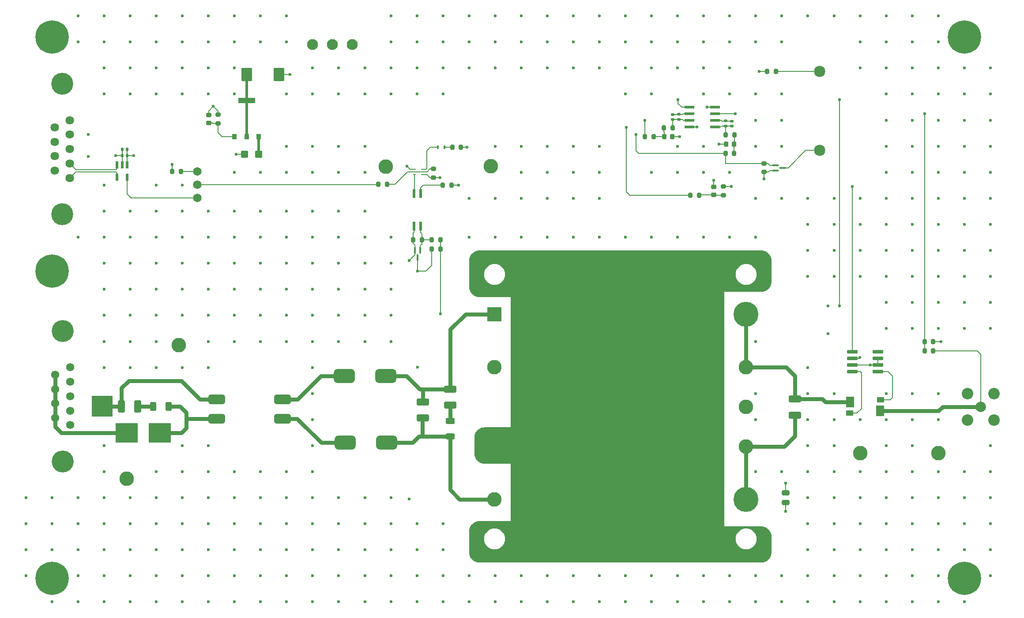
<source format=gbr>
%TF.GenerationSoftware,KiCad,Pcbnew,8.0.6*%
%TF.CreationDate,2025-06-02T13:03:19-04:00*%
%TF.ProjectId,CAEN_NEVIS_DAQ_3p3V,4341454e-5f4e-4455-9649-535f4441515f,rev?*%
%TF.SameCoordinates,Original*%
%TF.FileFunction,Copper,L1,Top*%
%TF.FilePolarity,Positive*%
%FSLAX46Y46*%
G04 Gerber Fmt 4.6, Leading zero omitted, Abs format (unit mm)*
G04 Created by KiCad (PCBNEW 8.0.6) date 2025-06-02 13:03:19*
%MOMM*%
%LPD*%
G01*
G04 APERTURE LIST*
G04 Aperture macros list*
%AMRoundRect*
0 Rectangle with rounded corners*
0 $1 Rounding radius*
0 $2 $3 $4 $5 $6 $7 $8 $9 X,Y pos of 4 corners*
0 Add a 4 corners polygon primitive as box body*
4,1,4,$2,$3,$4,$5,$6,$7,$8,$9,$2,$3,0*
0 Add four circle primitives for the rounded corners*
1,1,$1+$1,$2,$3*
1,1,$1+$1,$4,$5*
1,1,$1+$1,$6,$7*
1,1,$1+$1,$8,$9*
0 Add four rect primitives between the rounded corners*
20,1,$1+$1,$2,$3,$4,$5,0*
20,1,$1+$1,$4,$5,$6,$7,0*
20,1,$1+$1,$6,$7,$8,$9,0*
20,1,$1+$1,$8,$9,$2,$3,0*%
G04 Aperture macros list end*
%TA.AperFunction,SMDPad,CuDef*%
%ADD10R,0.889000X1.016000*%
%TD*%
%TA.AperFunction,SMDPad,CuDef*%
%ADD11R,3.200000X1.000000*%
%TD*%
%TA.AperFunction,SMDPad,CuDef*%
%ADD12R,1.161200X0.350800*%
%TD*%
%TA.AperFunction,SMDPad,CuDef*%
%ADD13R,0.350800X1.161200*%
%TD*%
%TA.AperFunction,ComponentPad*%
%ADD14C,2.800000*%
%TD*%
%TA.AperFunction,ComponentPad*%
%ADD15C,6.400000*%
%TD*%
%TA.AperFunction,SMDPad,CuDef*%
%ADD16R,0.558800X1.473200*%
%TD*%
%TA.AperFunction,SMDPad,CuDef*%
%ADD17R,1.981200X0.558800*%
%TD*%
%TA.AperFunction,SMDPad,CuDef*%
%ADD18RoundRect,0.075000X0.910000X0.225000X-0.910000X0.225000X-0.910000X-0.225000X0.910000X-0.225000X0*%
%TD*%
%TA.AperFunction,ComponentPad*%
%ADD19R,2.800000X2.800000*%
%TD*%
%TA.AperFunction,ComponentPad*%
%ADD20C,4.800000*%
%TD*%
%TA.AperFunction,SMDPad,CuDef*%
%ADD21RoundRect,0.200000X0.200000X0.275000X-0.200000X0.275000X-0.200000X-0.275000X0.200000X-0.275000X0*%
%TD*%
%TA.AperFunction,SMDPad,CuDef*%
%ADD22RoundRect,0.135000X-0.185000X0.135000X-0.185000X-0.135000X0.185000X-0.135000X0.185000X0.135000X0*%
%TD*%
%TA.AperFunction,SMDPad,CuDef*%
%ADD23RoundRect,0.200000X0.275000X-0.200000X0.275000X0.200000X-0.275000X0.200000X-0.275000X-0.200000X0*%
%TD*%
%TA.AperFunction,SMDPad,CuDef*%
%ADD24RoundRect,0.200000X-0.200000X-0.275000X0.200000X-0.275000X0.200000X0.275000X-0.200000X0.275000X0*%
%TD*%
%TA.AperFunction,SMDPad,CuDef*%
%ADD25RoundRect,0.200000X-0.275000X0.200000X-0.275000X-0.200000X0.275000X-0.200000X0.275000X0.200000X0*%
%TD*%
%TA.AperFunction,SMDPad,CuDef*%
%ADD26R,1.390000X1.140000*%
%TD*%
%TA.AperFunction,SMDPad,CuDef*%
%ADD27R,1.650000X2.010000*%
%TD*%
%TA.AperFunction,SMDPad,CuDef*%
%ADD28RoundRect,0.250000X0.625000X-0.312500X0.625000X0.312500X-0.625000X0.312500X-0.625000X-0.312500X0*%
%TD*%
%TA.AperFunction,SMDPad,CuDef*%
%ADD29RoundRect,0.250000X-0.312500X-0.625000X0.312500X-0.625000X0.312500X0.625000X-0.312500X0.625000X0*%
%TD*%
%TA.AperFunction,SMDPad,CuDef*%
%ADD30R,0.558800X1.651000*%
%TD*%
%TA.AperFunction,ComponentPad*%
%ADD31C,2.159000*%
%TD*%
%TA.AperFunction,SMDPad,CuDef*%
%ADD32R,0.533400X0.254000*%
%TD*%
%TA.AperFunction,SMDPad,CuDef*%
%ADD33R,0.444500X0.711200*%
%TD*%
%TA.AperFunction,SMDPad,CuDef*%
%ADD34RoundRect,0.675000X-1.325000X0.675000X-1.325000X-0.675000X1.325000X-0.675000X1.325000X0.675000X0*%
%TD*%
%TA.AperFunction,SMDPad,CuDef*%
%ADD35RoundRect,0.475000X1.125000X-0.475000X1.125000X0.475000X-1.125000X0.475000X-1.125000X-0.475000X0*%
%TD*%
%TA.AperFunction,ComponentPad*%
%ADD36C,1.650000*%
%TD*%
%TA.AperFunction,ComponentPad*%
%ADD37C,1.635000*%
%TD*%
%TA.AperFunction,ComponentPad*%
%ADD38C,4.216000*%
%TD*%
%TA.AperFunction,ComponentPad*%
%ADD39C,2.006600*%
%TD*%
%TA.AperFunction,ComponentPad*%
%ADD40C,2.209800*%
%TD*%
%TA.AperFunction,ComponentPad*%
%ADD41C,1.560000*%
%TD*%
%TA.AperFunction,ComponentPad*%
%ADD42C,2.100000*%
%TD*%
%TA.AperFunction,SMDPad,CuDef*%
%ADD43R,4.241800X3.810000*%
%TD*%
%TA.AperFunction,SMDPad,CuDef*%
%ADD44RoundRect,0.140000X0.140000X0.170000X-0.140000X0.170000X-0.140000X-0.170000X0.140000X-0.170000X0*%
%TD*%
%TA.AperFunction,SMDPad,CuDef*%
%ADD45RoundRect,0.225000X0.225000X0.250000X-0.225000X0.250000X-0.225000X-0.250000X0.225000X-0.250000X0*%
%TD*%
%TA.AperFunction,SMDPad,CuDef*%
%ADD46RoundRect,0.140000X-0.170000X0.140000X-0.170000X-0.140000X0.170000X-0.140000X0.170000X0.140000X0*%
%TD*%
%TA.AperFunction,SMDPad,CuDef*%
%ADD47RoundRect,0.225000X-0.225000X-0.250000X0.225000X-0.250000X0.225000X0.250000X-0.225000X0.250000X0*%
%TD*%
%TA.AperFunction,SMDPad,CuDef*%
%ADD48RoundRect,0.225000X-0.250000X0.225000X-0.250000X-0.225000X0.250000X-0.225000X0.250000X0.225000X0*%
%TD*%
%TA.AperFunction,SMDPad,CuDef*%
%ADD49RoundRect,0.250000X-0.787500X-1.025000X0.787500X-1.025000X0.787500X1.025000X-0.787500X1.025000X0*%
%TD*%
%TA.AperFunction,SMDPad,CuDef*%
%ADD50RoundRect,0.250000X0.450000X0.425000X-0.450000X0.425000X-0.450000X-0.425000X0.450000X-0.425000X0*%
%TD*%
%TA.AperFunction,SMDPad,CuDef*%
%ADD51RoundRect,0.250000X0.475000X-0.250000X0.475000X0.250000X-0.475000X0.250000X-0.475000X-0.250000X0*%
%TD*%
%TA.AperFunction,SMDPad,CuDef*%
%ADD52RoundRect,0.250000X0.412500X0.925000X-0.412500X0.925000X-0.412500X-0.925000X0.412500X-0.925000X0*%
%TD*%
%TA.AperFunction,SMDPad,CuDef*%
%ADD53RoundRect,0.250000X-0.925000X0.412500X-0.925000X-0.412500X0.925000X-0.412500X0.925000X0.412500X0*%
%TD*%
%TA.AperFunction,ViaPad*%
%ADD54C,0.600000*%
%TD*%
%TA.AperFunction,ViaPad*%
%ADD55C,1.000000*%
%TD*%
%TA.AperFunction,Conductor*%
%ADD56C,0.200000*%
%TD*%
%TA.AperFunction,Conductor*%
%ADD57C,0.500000*%
%TD*%
%TA.AperFunction,Conductor*%
%ADD58C,0.800000*%
%TD*%
G04 APERTURE END LIST*
D10*
%TO.P,U2,1,SET*%
%TO.N,Net-(U2-SET)*%
X90008600Y-48196250D03*
%TO.P,U2,2,OUT*%
%TO.N,/Telemetry_CKT/V_3p3*%
X92320000Y-48196250D03*
%TO.P,U2,3,IN*%
%TO.N,/V_TELEM*%
X94631400Y-48196250D03*
D11*
%TO.P,U2,4,TAB*%
%TO.N,/Telemetry_CKT/V_3p3*%
X92320000Y-41203750D03*
%TD*%
D12*
%TO.P,M3,1,1*%
%TO.N,/Volt_Mon*%
X193755000Y-53660001D03*
%TO.P,M3,2,2*%
%TO.N,/V_TELEM_RTN*%
X193755000Y-54659999D03*
%TO.P,M3,3,3*%
%TO.N,Net-(M3-Pad3)*%
X195105000Y-54160000D03*
%TD*%
D13*
%TO.P,M1,1,1*%
%TO.N,Net-(M1-Pad1)*%
X125604999Y-70000000D03*
%TO.P,M1,2,2*%
%TO.N,/Main_Converter/p12V_rtn*%
X124605001Y-70000000D03*
%TO.P,M1,3,3*%
%TO.N,Net-(U1-ON{slash}OFF)*%
X125105000Y-71350000D03*
%TD*%
D14*
%TO.P,Secondary RTN,1,1*%
%TO.N,/V_SEC_RTN*%
X79340000Y-88210000D03*
%TD*%
%TO.P,Secondary PWR,1,1*%
%TO.N,/V_SEC_IN*%
X69340000Y-113850000D03*
%TD*%
D15*
%TO.P,H5,1,1*%
%TO.N,GNDPWR*%
X55000000Y-74000000D03*
%TD*%
D14*
%TO.P,3.3V RTN,1,1*%
%TO.N,/V_3p3_RTN*%
X210000000Y-109000000D03*
%TD*%
%TO.P,3.3V,1,1*%
%TO.N,/V_3p3_Supply*%
X225000000Y-109000000D03*
%TD*%
D16*
%TO.P,U6,1,VCC*%
%TO.N,/Telemetry_CKT/V_3p3*%
X69395001Y-53556200D03*
%TO.P,U6,2,GND*%
%TO.N,/V_TELEM_RTN*%
X68445000Y-53556200D03*
%TO.P,U6,3,A*%
%TO.N,/EN-*%
X67494999Y-53556200D03*
%TO.P,U6,4,B*%
%TO.N,/EN+*%
X67494999Y-55943800D03*
%TO.P,U6,5,R*%
%TO.N,Net-(U6-R)*%
X69395001Y-55943800D03*
%TD*%
D17*
%TO.P,U4,1,A_OUT*%
%TO.N,Net-(U4A-A_OUT)*%
X182183800Y-46285000D03*
%TO.P,U4,2,-INA*%
%TO.N,Net-(U4A--INA)*%
X182183800Y-45015000D03*
%TO.P,U4,3,+INA*%
%TO.N,Net-(U4A-+INA)*%
X182183800Y-43745000D03*
%TO.P,U4,4,VSS*%
%TO.N,/V_TELEM_RTN*%
X182183800Y-42475000D03*
%TO.P,U4,5,+INB*%
%TO.N,/Telemetry_CKT/TEMP*%
X177256200Y-42475000D03*
%TO.P,U4,6,-INB*%
%TO.N,Net-(U4B--INB)*%
X177256200Y-43745000D03*
%TO.P,U4,7,B_OUT*%
%TO.N,Net-(U4B-B_OUT)*%
X177256200Y-45015000D03*
%TO.P,U4,8,VCC*%
%TO.N,/Telemetry_CKT/V_3p3*%
X177256200Y-46285000D03*
%TD*%
D18*
%TO.P,U3,1,-IN*%
%TO.N,Net-(U3--IN)*%
X213437500Y-93332500D03*
%TO.P,U3,2,GND*%
%TO.N,/V_TELEM_RTN*%
X213437500Y-92062500D03*
%TO.P,U3,3,REF2*%
X213437500Y-90792500D03*
%TO.P,U3,4,4*%
%TO.N,unconnected-(U3-Pad4)*%
X213437500Y-89522500D03*
%TO.P,U3,5,OUT*%
%TO.N,Net-(U3-OUT)*%
X208497500Y-89522500D03*
%TO.P,U3,6,V+*%
%TO.N,/Telemetry_CKT/V_3p3*%
X208497500Y-90792500D03*
%TO.P,U3,7,REF1*%
%TO.N,/V_TELEM_RTN*%
X208497500Y-92062500D03*
%TO.P,U3,8,+IN*%
%TO.N,Net-(U3-+IN)*%
X208497500Y-93332500D03*
%TD*%
D19*
%TO.P,U1,1,+VIN*%
%TO.N,/Main_Converter/p12V*%
X139890000Y-82255000D03*
D14*
%TO.P,U1,2,ON/OFF*%
%TO.N,Net-(U1-ON{slash}OFF)*%
X139890000Y-92415000D03*
%TO.P,U1,3,CASE*%
%TO.N,GNDPWR*%
X139890000Y-107655000D03*
%TO.P,U1,4,-VIN*%
%TO.N,/Main_Converter/p12V_rtn*%
X139890000Y-117815000D03*
D20*
%TO.P,U1,5,-VO*%
%TO.N,/V_3p3_RTN*%
X188140000Y-117815000D03*
D14*
%TO.P,U1,6,-S*%
X188140000Y-107655000D03*
%TO.P,U1,7,TRIM*%
%TO.N,unconnected-(U1-TRIM-Pad7)*%
X188140000Y-100035000D03*
%TO.P,U1,8,+S*%
%TO.N,/V_3p3_*%
X188140000Y-92415000D03*
D20*
%TO.P,U1,9,+VO*%
X188140000Y-82255000D03*
%TD*%
D14*
%TO.P,TELEM RTN,1,1*%
%TO.N,/V_TELEM_RTN*%
X119060000Y-53890000D03*
%TD*%
%TO.P,TELEM PWR,1,1*%
%TO.N,/V_TELEM*%
X139140000Y-53870000D03*
%TD*%
D21*
%TO.P,R25,1*%
%TO.N,Net-(J5-Pad3)*%
X79715000Y-54820000D03*
%TO.P,R25,2*%
%TO.N,/Telemetry_CKT/V_3p3*%
X78065000Y-54820000D03*
%TD*%
%TO.P,R23,1*%
%TO.N,Net-(C21-Pad2)*%
X170395000Y-48180000D03*
%TO.P,R23,2*%
%TO.N,/TEMP_Mon*%
X168745000Y-48180000D03*
%TD*%
%TO.P,R22,1*%
%TO.N,Net-(U4B-B_OUT)*%
X174045000Y-46440000D03*
%TO.P,R22,2*%
%TO.N,Net-(C21-Pad2)*%
X172395000Y-46440000D03*
%TD*%
D22*
%TO.P,R21,1*%
%TO.N,Net-(U4B--INB)*%
X175230000Y-43870000D03*
%TO.P,R21,2*%
%TO.N,Net-(U4B-B_OUT)*%
X175230000Y-44890000D03*
%TD*%
D23*
%TO.P,R20,1*%
%TO.N,/V_TELEM_RTN*%
X191550000Y-54985000D03*
%TO.P,R20,2*%
%TO.N,/Volt_Mon*%
X191550000Y-53335000D03*
%TD*%
D21*
%TO.P,R19,1*%
%TO.N,/V_TELEM_RTN*%
X224015000Y-87530000D03*
%TO.P,R19,2*%
%TO.N,Net-(U4A-+INA)*%
X222365000Y-87530000D03*
%TD*%
%TO.P,R18,1*%
%TO.N,/V_3p3_Supply*%
X224015000Y-89310000D03*
%TO.P,R18,2*%
%TO.N,Net-(U4A-+INA)*%
X222365000Y-89310000D03*
%TD*%
%TO.P,R17,1*%
%TO.N,Net-(C19-Pad2)*%
X185845000Y-51350000D03*
%TO.P,R17,2*%
%TO.N,/Volt_Mon*%
X184195000Y-51350000D03*
%TD*%
D24*
%TO.P,R16,1*%
%TO.N,Net-(U4A-A_OUT)*%
X184235000Y-47810000D03*
%TO.P,R16,2*%
%TO.N,Net-(C19-Pad2)*%
X185885000Y-47810000D03*
%TD*%
D22*
%TO.P,R15,1*%
%TO.N,Net-(U4A--INA)*%
X184240000Y-45150000D03*
%TO.P,R15,2*%
%TO.N,Net-(U4A-A_OUT)*%
X184240000Y-46170000D03*
%TD*%
D21*
%TO.P,R14,1*%
%TO.N,Net-(P1-Pad1)*%
X193835000Y-35650000D03*
%TO.P,R14,2*%
%TO.N,/V_TELEM*%
X192185000Y-35650000D03*
%TD*%
D23*
%TO.P,R13,1*%
%TO.N,Net-(U2-SET)*%
X86805000Y-45613750D03*
%TO.P,R13,2*%
%TO.N,/V_TELEM_RTN*%
X86805000Y-43963750D03*
%TD*%
D21*
%TO.P,R12,1*%
%TO.N,Net-(C15-Pad2)*%
X179115000Y-59405000D03*
%TO.P,R12,2*%
%TO.N,/Curr_Mon*%
X177465000Y-59405000D03*
%TD*%
D25*
%TO.P,R11,1*%
%TO.N,Net-(U3-OUT)*%
X183750000Y-57755000D03*
%TO.P,R11,2*%
%TO.N,Net-(C15-Pad2)*%
X183750000Y-59405000D03*
%TD*%
D26*
%TO.P,R10,E1*%
%TO.N,Net-(U3-+IN)*%
X207980000Y-101285000D03*
%TO.P,R10,E2*%
%TO.N,Net-(U3--IN)*%
X213950000Y-98745000D03*
D27*
%TO.P,R10,I1*%
%TO.N,/V_3p3_*%
X208110000Y-99180000D03*
%TO.P,R10,I2*%
%TO.N,/V_3p3_Supply*%
X213820000Y-100850000D03*
%TD*%
D23*
%TO.P,R9,1*%
%TO.N,/V_TELEM_RTN*%
X128163000Y-56018000D03*
%TO.P,R9,2*%
%TO.N,Net-(M2A-1G)*%
X128163000Y-54368000D03*
%TD*%
D24*
%TO.P,R8,1*%
%TO.N,/EN_SIG*%
X117585000Y-57330000D03*
%TO.P,R8,2*%
%TO.N,Net-(M2A-1G)*%
X119235000Y-57330000D03*
%TD*%
D21*
%TO.P,R7,1*%
%TO.N,Net-(M1-Pad1)*%
X125940000Y-67975000D03*
%TO.P,R7,2*%
%TO.N,/Main_Converter/p12V_rtn*%
X124290000Y-67975000D03*
%TD*%
%TO.P,R6,1*%
%TO.N,/Main_Converter/p12V*%
X129490000Y-67985000D03*
%TO.P,R6,2*%
%TO.N,Net-(M1-Pad1)*%
X127840000Y-67985000D03*
%TD*%
%TO.P,R5,1*%
%TO.N,/V_TELEM*%
X133430000Y-50235000D03*
%TO.P,R5,2*%
%TO.N,Net-(LED1-Pad2)*%
X131780000Y-50235000D03*
%TD*%
D24*
%TO.P,R4,1*%
%TO.N,Net-(U1-ON{slash}OFF)*%
X127830000Y-69755000D03*
%TO.P,R4,2*%
%TO.N,/Main_Converter/p12V*%
X129480000Y-69755000D03*
%TD*%
D21*
%TO.P,R3,1*%
%TO.N,/V_TELEM*%
X131620000Y-57505000D03*
%TO.P,R3,2*%
%TO.N,Net-(Q1-Pad1)*%
X129970000Y-57505000D03*
%TD*%
D28*
%TO.P,R2,1*%
%TO.N,/Main_Converter/p12V_rtn*%
X131390000Y-105737500D03*
%TO.P,R2,2*%
%TO.N,Net-(C1-Pad2)*%
X131390000Y-102812500D03*
%TD*%
D29*
%TO.P,R1,1*%
%TO.N,Net-(C5-Pad1)*%
X74437500Y-99955000D03*
%TO.P,R1,2*%
%TO.N,Net-(F1-Pad2)*%
X77362500Y-99955000D03*
%TD*%
D30*
%TO.P,Q1,1,1*%
%TO.N,Net-(Q1-Pad1)*%
X125740000Y-59130800D03*
%TO.P,Q1,2,2*%
%TO.N,Net-(M2A-1D)*%
X124470000Y-59130800D03*
%TO.P,Q1,3,3*%
%TO.N,/Main_Converter/p12V_rtn*%
X124470000Y-65379200D03*
%TO.P,Q1,4,4*%
%TO.N,Net-(M1-Pad1)*%
X125740000Y-65379200D03*
%TD*%
D31*
%TO.P,P2,1,1*%
%TO.N,Net-(M3-Pad3)*%
X202210000Y-50790000D03*
%TD*%
%TO.P,P1,1,1*%
%TO.N,Net-(P1-Pad1)*%
X202250000Y-35660000D03*
%TD*%
D32*
%TO.P,M2,1,1S*%
%TO.N,/V_TELEM_RTN*%
X126027000Y-55443000D03*
%TO.P,M2,2,1G*%
%TO.N,Net-(M2A-1G)*%
X126027000Y-54935000D03*
%TO.P,M2,3,2D*%
%TO.N,Net-(M2B-2D)*%
X126027000Y-54427000D03*
%TO.P,M2,4,2S*%
%TO.N,/V_TELEM_RTN*%
X124503000Y-54427000D03*
%TO.P,M2,5,2G*%
%TO.N,Net-(M2A-1G)*%
X124503000Y-54935000D03*
%TO.P,M2,6,1D*%
%TO.N,Net-(M2A-1D)*%
X124503000Y-55443000D03*
%TD*%
D33*
%TO.P,LED1,1*%
%TO.N,Net-(M2B-2D)*%
X128986350Y-50235000D03*
%TO.P,LED1,2*%
%TO.N,Net-(LED1-Pad2)*%
X130243650Y-50235000D03*
%TD*%
D34*
%TO.P,L3,1,1*%
%TO.N,Net-(L2-Pad2)*%
X111205000Y-106955000D03*
%TO.P,L3,2,2*%
%TO.N,/Main_Converter/p12V_rtn*%
X119205000Y-106955000D03*
%TD*%
D35*
%TO.P,L2,1*%
%TO.N,Net-(L1-Pad1)*%
X99230000Y-98625000D03*
%TO.P,L2,2*%
%TO.N,Net-(L2-Pad2)*%
X99230000Y-102325000D03*
%TO.P,L2,3*%
%TO.N,Net-(F1-Pad2)*%
X86630000Y-102325000D03*
%TO.P,L2,4*%
%TO.N,/V_SEC_RTN*%
X86630000Y-98625000D03*
%TD*%
D34*
%TO.P,L1,1,1*%
%TO.N,Net-(L1-Pad1)*%
X111055000Y-94145000D03*
%TO.P,L1,2,2*%
%TO.N,/Main_Converter/p12V*%
X119055000Y-94145000D03*
%TD*%
D36*
%TO.P,J5,1*%
%TO.N,Net-(U6-R)*%
X82850000Y-59910000D03*
%TO.P,J5,2*%
%TO.N,/EN_SIG*%
X82850000Y-57370000D03*
%TO.P,J5,3*%
%TO.N,Net-(J5-Pad3)*%
X82850000Y-54830000D03*
%TD*%
D37*
%TO.P,J4,1*%
%TO.N,/EN+*%
X58400000Y-56090000D03*
%TO.P,J4,2*%
%TO.N,/EN-*%
X58400000Y-53320000D03*
%TO.P,J4,3*%
%TO.N,unconnected-(J4-Pad3)*%
X58400000Y-50550000D03*
%TO.P,J4,4*%
%TO.N,/V_TELEM_RTN*%
X58400000Y-47780000D03*
%TO.P,J4,5*%
%TO.N,/TEMP_Mon*%
X58400000Y-45010000D03*
%TO.P,J4,6*%
%TO.N,/V_TELEM_RTN*%
X55560000Y-54705000D03*
%TO.P,J4,7*%
%TO.N,/Volt_Mon*%
X55560000Y-51935000D03*
%TO.P,J4,8*%
%TO.N,/V_TELEM_RTN*%
X55560000Y-49165000D03*
%TO.P,J4,9*%
%TO.N,/Curr_Mon*%
X55560000Y-46395000D03*
D38*
%TO.P,J4,S1*%
%TO.N,GNDPWR*%
X56980000Y-38050000D03*
%TO.P,J4,S2*%
X56980000Y-63050000D03*
%TD*%
D39*
%TO.P,J3,1,SIGNAL*%
%TO.N,/V_3p3_Supply*%
X233167999Y-100035000D03*
D40*
%TO.P,J3,2,GND*%
%TO.N,/V_3p3_RTN*%
X235707999Y-97495000D03*
%TO.P,J3,3,GND*%
X230627999Y-97495000D03*
%TO.P,J3,4,GND*%
X230627999Y-102575000D03*
%TO.P,J3,5,GND*%
X235707999Y-102575000D03*
%TD*%
D41*
%TO.P,J2,1*%
%TO.N,/V_SEC_RTN*%
X58480000Y-92490000D03*
%TO.P,J2,2*%
X58480000Y-95260000D03*
%TO.P,J2,3*%
%TO.N,unconnected-(J2-Pad3)*%
X58480000Y-98030000D03*
%TO.P,J2,4*%
%TO.N,/V_SEC_RTN*%
X58480000Y-100800000D03*
%TO.P,J2,5*%
X58480000Y-103570000D03*
%TO.P,J2,6*%
%TO.N,/V_SEC_IN*%
X55640000Y-93875000D03*
%TO.P,J2,7*%
X55640000Y-96645000D03*
%TO.P,J2,8*%
X55640000Y-99415000D03*
%TO.P,J2,9*%
X55640000Y-102185000D03*
D38*
%TO.P,J2,S1*%
%TO.N,GNDPWR*%
X57060000Y-85530000D03*
%TO.P,J2,S2*%
X57060000Y-110530000D03*
%TD*%
D42*
%TO.P,J1,1*%
%TO.N,/V_TELEM*%
X112570000Y-30510000D03*
%TO.P,J1,2*%
%TO.N,/V_TELEM_RTN*%
X108760000Y-30510000D03*
%TO.P,J1,3*%
%TO.N,/V_TELEM*%
X104950000Y-30510000D03*
%TD*%
D15*
%TO.P,H4,1,1*%
%TO.N,GNDPWR*%
X230000000Y-133000000D03*
%TD*%
%TO.P,H3,1,1*%
%TO.N,GNDPWR*%
X230000000Y-29000000D03*
%TD*%
%TO.P,H2,1,1*%
%TO.N,GNDPWR*%
X55000000Y-133000000D03*
%TD*%
%TO.P,H1,1,1*%
%TO.N,GNDPWR*%
X55000000Y-29000000D03*
%TD*%
D43*
%TO.P,F1,1*%
%TO.N,/V_SEC_IN*%
X69332300Y-105045000D03*
%TO.P,F1,2*%
%TO.N,Net-(F1-Pad2)*%
X75707700Y-105045000D03*
%TD*%
D44*
%TO.P,C23,1*%
%TO.N,/Telemetry_CKT/V_3p3*%
X69400000Y-51800000D03*
%TO.P,C23,2*%
%TO.N,/V_TELEM_RTN*%
X68440000Y-51800000D03*
%TD*%
%TO.P,C22,1*%
%TO.N,/Telemetry_CKT/V_3p3*%
X69410000Y-50660000D03*
%TO.P,C22,2*%
%TO.N,/V_TELEM_RTN*%
X68450000Y-50660000D03*
%TD*%
D45*
%TO.P,C21,1*%
%TO.N,/V_TELEM_RTN*%
X173985000Y-48180000D03*
%TO.P,C21,2*%
%TO.N,Net-(C21-Pad2)*%
X172435000Y-48180000D03*
%TD*%
D46*
%TO.P,C20,1*%
%TO.N,Net-(U4B--INB)*%
X174050000Y-43900000D03*
%TO.P,C20,2*%
%TO.N,Net-(U4B-B_OUT)*%
X174050000Y-44860000D03*
%TD*%
D47*
%TO.P,C19,1*%
%TO.N,/V_TELEM_RTN*%
X184295000Y-49590000D03*
%TO.P,C19,2*%
%TO.N,Net-(C19-Pad2)*%
X185845000Y-49590000D03*
%TD*%
D46*
%TO.P,C18,1*%
%TO.N,Net-(U4A--INA)*%
X185380000Y-45180000D03*
%TO.P,C18,2*%
%TO.N,Net-(U4A-A_OUT)*%
X185380000Y-46140000D03*
%TD*%
D48*
%TO.P,C16,1*%
%TO.N,/V_TELEM_RTN*%
X85045000Y-44013750D03*
%TO.P,C16,2*%
%TO.N,Net-(U2-SET)*%
X85045000Y-45563750D03*
%TD*%
%TO.P,C15,1*%
%TO.N,/V_TELEM_RTN*%
X181910000Y-57815000D03*
%TO.P,C15,2*%
%TO.N,Net-(C15-Pad2)*%
X181910000Y-59365000D03*
%TD*%
D49*
%TO.P,C14,1*%
%TO.N,/Telemetry_CKT/V_3p3*%
X92317500Y-36243750D03*
%TO.P,C14,2*%
%TO.N,/V_TELEM_RTN*%
X98542500Y-36243750D03*
%TD*%
D50*
%TO.P,C13,1*%
%TO.N,/V_TELEM*%
X94625000Y-51528750D03*
%TO.P,C13,2*%
%TO.N,/V_TELEM_RTN*%
X91925000Y-51528750D03*
%TD*%
D51*
%TO.P,C11,1*%
%TO.N,GNDPWR*%
X195750000Y-118450000D03*
%TO.P,C11,2*%
%TO.N,/V_3p3_RTN*%
X195750000Y-116550000D03*
%TD*%
D52*
%TO.P,C5,1*%
%TO.N,Net-(C5-Pad1)*%
X71407500Y-99955000D03*
%TO.P,C5,2*%
%TO.N,/V_SEC_RTN*%
X68332500Y-99955000D03*
%TD*%
D53*
%TO.P,C3,1*%
%TO.N,/V_3p3_*%
X197485000Y-98577500D03*
%TO.P,C3,2*%
%TO.N,/V_3p3_RTN*%
X197485000Y-101652500D03*
%TD*%
%TO.P,C2,1*%
%TO.N,/Main_Converter/p12V*%
X126110000Y-99120000D03*
%TO.P,C2,2*%
%TO.N,/Main_Converter/p12V_rtn*%
X126110000Y-102195000D03*
%TD*%
%TO.P,C1,1*%
%TO.N,/Main_Converter/p12V*%
X131400000Y-96687500D03*
%TO.P,C1,2*%
%TO.N,Net-(C1-Pad2)*%
X131400000Y-99762500D03*
%TD*%
D54*
%TO.N,/V_SEC_RTN*%
X195000000Y-112500000D03*
X190000000Y-112500000D03*
X190000000Y-102500000D03*
X190000000Y-97500000D03*
X190000000Y-87500000D03*
X200000000Y-92500000D03*
X200000000Y-97500000D03*
X205000000Y-97500000D03*
X200000000Y-102500000D03*
X205000000Y-102500000D03*
X210000000Y-102500000D03*
X215000000Y-97500000D03*
X225000000Y-97500000D03*
X220000000Y-97500000D03*
X215000000Y-102500000D03*
X225000000Y-102500000D03*
X220000000Y-102500000D03*
%TO.N,/V_TELEM_RTN*%
X60000000Y-30000000D03*
X60000000Y-25000000D03*
X100000000Y-30000000D03*
X100000000Y-25000000D03*
X95000000Y-30000000D03*
X95000000Y-25000000D03*
X75000000Y-25000000D03*
X80000000Y-25000000D03*
X90000000Y-25000000D03*
X65000000Y-25000000D03*
X85000000Y-25000000D03*
X70000000Y-25000000D03*
X75000000Y-30000000D03*
X80000000Y-30000000D03*
X90000000Y-30000000D03*
X65000000Y-30000000D03*
X85000000Y-30000000D03*
X70000000Y-30000000D03*
X75000000Y-40000000D03*
X65000000Y-40000000D03*
X65000000Y-35000000D03*
X75000000Y-35000000D03*
X70000000Y-35000000D03*
X70000000Y-40000000D03*
X90000000Y-40000000D03*
X85000000Y-35000000D03*
X90000000Y-35000000D03*
X80000000Y-35000000D03*
X80000000Y-40000000D03*
X85000000Y-40000000D03*
X195000000Y-50000000D03*
X190000000Y-50000000D03*
X190000000Y-45000000D03*
X195000000Y-45000000D03*
X195000000Y-40000000D03*
X190000000Y-40000000D03*
X175000000Y-50000000D03*
X180000000Y-50000000D03*
X185000000Y-55000000D03*
X180000000Y-55000000D03*
X175000000Y-55000000D03*
X170000000Y-55000000D03*
X140000000Y-50000000D03*
X150000000Y-50000000D03*
X145000000Y-50000000D03*
X160000000Y-50000000D03*
X155000000Y-50000000D03*
X150000000Y-55000000D03*
X145000000Y-55000000D03*
X160000000Y-55000000D03*
X155000000Y-55000000D03*
X135000000Y-60000000D03*
X140000000Y-60000000D03*
X145000000Y-60000000D03*
X150000000Y-60000000D03*
X155000000Y-60000000D03*
X160000000Y-60000000D03*
X190000000Y-60000000D03*
X195000000Y-60000000D03*
X200000000Y-65000000D03*
X200000000Y-70000000D03*
X200000000Y-60000000D03*
X200000000Y-75000000D03*
X210000000Y-60000000D03*
X205000000Y-60000000D03*
X210000000Y-65000000D03*
X205000000Y-65000000D03*
X210000000Y-70000000D03*
X205000000Y-70000000D03*
X210000000Y-75000000D03*
X205000000Y-75000000D03*
X235000000Y-85000000D03*
X220000000Y-85000000D03*
X225000000Y-85000000D03*
X225000000Y-80000000D03*
X215000000Y-85000000D03*
X235000000Y-80000000D03*
X230000000Y-85000000D03*
X220000000Y-80000000D03*
X230000000Y-80000000D03*
X215000000Y-80000000D03*
X235000000Y-75000000D03*
X220000000Y-75000000D03*
X225000000Y-75000000D03*
X225000000Y-70000000D03*
X215000000Y-75000000D03*
X235000000Y-70000000D03*
X230000000Y-75000000D03*
X220000000Y-70000000D03*
X230000000Y-70000000D03*
X215000000Y-70000000D03*
X235000000Y-65000000D03*
X220000000Y-65000000D03*
X225000000Y-65000000D03*
X225000000Y-60000000D03*
X215000000Y-65000000D03*
X235000000Y-60000000D03*
X230000000Y-65000000D03*
X220000000Y-60000000D03*
X230000000Y-60000000D03*
X215000000Y-60000000D03*
X230000000Y-55000000D03*
X215000000Y-55000000D03*
X235000000Y-55000000D03*
X220000000Y-55000000D03*
X225000000Y-55000000D03*
X230000000Y-50000000D03*
X215000000Y-50000000D03*
X235000000Y-50000000D03*
X220000000Y-50000000D03*
X225000000Y-50000000D03*
X230000000Y-45000000D03*
X215000000Y-45000000D03*
X235000000Y-45000000D03*
X220000000Y-45000000D03*
X225000000Y-45000000D03*
X215000000Y-40000000D03*
X220000000Y-40000000D03*
X235000000Y-40000000D03*
X230000000Y-40000000D03*
X225000000Y-40000000D03*
X235000000Y-35000000D03*
X230000000Y-35000000D03*
X225000000Y-25000000D03*
X225000000Y-35000000D03*
X225000000Y-30000000D03*
X205000000Y-25000000D03*
X200000000Y-25000000D03*
X215000000Y-35000000D03*
X220000000Y-25000000D03*
X220000000Y-30000000D03*
X210000000Y-25000000D03*
X215000000Y-30000000D03*
X210000000Y-30000000D03*
X220000000Y-35000000D03*
X210000000Y-35000000D03*
X215000000Y-25000000D03*
X195000000Y-25000000D03*
X195000000Y-30000000D03*
X190000000Y-30000000D03*
X190000000Y-25000000D03*
X180000000Y-40000000D03*
X185000000Y-40000000D03*
X180000000Y-25000000D03*
X185000000Y-25000000D03*
X175000000Y-25000000D03*
X185000000Y-30000000D03*
X180000000Y-30000000D03*
X175000000Y-30000000D03*
X185000000Y-35000000D03*
X180000000Y-35000000D03*
X175000000Y-35000000D03*
X170000000Y-25000000D03*
X165000000Y-25000000D03*
X145000000Y-25000000D03*
X140000000Y-25000000D03*
X160000000Y-25000000D03*
X130000000Y-25000000D03*
X155000000Y-25000000D03*
X150000000Y-25000000D03*
X135000000Y-25000000D03*
X125000000Y-25000000D03*
X120000000Y-25000000D03*
X170000000Y-30000000D03*
X165000000Y-30000000D03*
X145000000Y-30000000D03*
X140000000Y-30000000D03*
X160000000Y-30000000D03*
X130000000Y-30000000D03*
X155000000Y-30000000D03*
X150000000Y-30000000D03*
X135000000Y-30000000D03*
X125000000Y-30000000D03*
X120000000Y-30000000D03*
X130000000Y-35000000D03*
X135000000Y-35000000D03*
X120000000Y-35000000D03*
X125000000Y-35000000D03*
X115000000Y-35000000D03*
X105000000Y-35000000D03*
X110000000Y-35000000D03*
X155000000Y-35000000D03*
X150000000Y-35000000D03*
X170000000Y-35000000D03*
X160000000Y-35000000D03*
X145000000Y-35000000D03*
X140000000Y-35000000D03*
X165000000Y-35000000D03*
X170000000Y-40000000D03*
X165000000Y-40000000D03*
X120000000Y-40000000D03*
X125000000Y-40000000D03*
X130000000Y-40000000D03*
X115000000Y-40000000D03*
X100000000Y-40000000D03*
X105000000Y-40000000D03*
X110000000Y-40000000D03*
X115000000Y-50000000D03*
X100000000Y-50000000D03*
X105000000Y-50000000D03*
X110000000Y-50000000D03*
X110000000Y-55000000D03*
X100000000Y-55000000D03*
X95000000Y-55000000D03*
X115000000Y-55000000D03*
X105000000Y-55000000D03*
X90000000Y-55000000D03*
X80000000Y-57500000D03*
X75000000Y-57500000D03*
X65000000Y-57500000D03*
X60000000Y-67500000D03*
X105000000Y-62500000D03*
X115000000Y-62500000D03*
X90000000Y-62500000D03*
X85000000Y-62500000D03*
X100000000Y-62500000D03*
X95000000Y-62500000D03*
X110000000Y-62500000D03*
X70000000Y-62500000D03*
X80000000Y-62500000D03*
X75000000Y-62500000D03*
X65000000Y-62500000D03*
X105000000Y-67500000D03*
X115000000Y-67500000D03*
X90000000Y-67500000D03*
X85000000Y-67500000D03*
X100000000Y-67500000D03*
X95000000Y-67500000D03*
X110000000Y-67500000D03*
X70000000Y-67500000D03*
X80000000Y-67500000D03*
X75000000Y-67500000D03*
X65000000Y-67500000D03*
%TO.N,/V_SEC_RTN*%
X120000000Y-72500000D03*
%TO.N,/V_TELEM_RTN*%
X110000000Y-72500000D03*
X115000000Y-72500000D03*
X105000000Y-72500000D03*
X90000000Y-72500000D03*
X100000000Y-72500000D03*
X95000000Y-72500000D03*
X85000000Y-72500000D03*
X80000000Y-72500000D03*
X75000000Y-72500000D03*
X70000000Y-72500000D03*
X65000000Y-72500000D03*
%TO.N,/V_SEC_RTN*%
X185000000Y-67500000D03*
X175000000Y-67500000D03*
X180000000Y-67500000D03*
X190000000Y-67500000D03*
X170000000Y-67500000D03*
X160000000Y-67500000D03*
X165000000Y-67500000D03*
X155000000Y-67500000D03*
X150000000Y-67500000D03*
X145000000Y-67500000D03*
X140000000Y-67500000D03*
X135000000Y-67500000D03*
X120000000Y-67500000D03*
X105000000Y-92500000D03*
X80000000Y-92500000D03*
X85000000Y-92500000D03*
X65000000Y-92500000D03*
X75000000Y-92500000D03*
X70000000Y-92500000D03*
X95000000Y-82500000D03*
X115000000Y-77500000D03*
X90000000Y-87500000D03*
X75000000Y-87500000D03*
X100000000Y-87500000D03*
X70000000Y-87500000D03*
X65000000Y-87500000D03*
X115000000Y-87500000D03*
X70000000Y-77500000D03*
X95000000Y-87500000D03*
X65000000Y-82500000D03*
X110000000Y-87500000D03*
X65000000Y-77500000D03*
X105000000Y-87500000D03*
X120000000Y-87500000D03*
X85000000Y-87500000D03*
X90000000Y-82500000D03*
X105000000Y-82500000D03*
X85000000Y-82500000D03*
X110000000Y-82500000D03*
X100000000Y-77500000D03*
X100000000Y-82500000D03*
X105000000Y-77500000D03*
X90000000Y-77500000D03*
X95000000Y-77500000D03*
X110000000Y-77500000D03*
X75000000Y-77500000D03*
X70000000Y-82500000D03*
X120000000Y-82500000D03*
X85000000Y-77500000D03*
X80000000Y-77500000D03*
X120000000Y-77500000D03*
X115000000Y-82500000D03*
X75000000Y-82500000D03*
X80000000Y-82500000D03*
X105000000Y-97500000D03*
X105000000Y-102500000D03*
X105000000Y-107500000D03*
X80000000Y-107500000D03*
X85000000Y-107500000D03*
X65000000Y-107500000D03*
X65000000Y-112500000D03*
X75000000Y-112500000D03*
X95000000Y-112500000D03*
X90000000Y-112500000D03*
X100000000Y-112500000D03*
X80000000Y-112500000D03*
X105000000Y-112500000D03*
X85000000Y-112500000D03*
X95000000Y-117500000D03*
X95000000Y-127500000D03*
X115000000Y-122500000D03*
X110000000Y-117500000D03*
X110000000Y-127500000D03*
X100000000Y-127500000D03*
X105000000Y-122500000D03*
X100000000Y-117500000D03*
X95000000Y-122500000D03*
X110000000Y-122500000D03*
X105000000Y-127500000D03*
X105000000Y-117500000D03*
X100000000Y-122500000D03*
X115000000Y-117500000D03*
X120000000Y-117500000D03*
X130000000Y-127500000D03*
X120000000Y-122500000D03*
X115000000Y-127500000D03*
X130000000Y-122500000D03*
X125000000Y-122500000D03*
X120000000Y-127500000D03*
X125000000Y-127500000D03*
X90000000Y-122500000D03*
X85000000Y-117500000D03*
X85000000Y-127500000D03*
X75000000Y-127500000D03*
X80000000Y-122500000D03*
X75000000Y-117500000D03*
X85000000Y-122500000D03*
X80000000Y-127500000D03*
X80000000Y-117500000D03*
X75000000Y-122500000D03*
X90000000Y-117500000D03*
X90000000Y-127500000D03*
X70000000Y-117500000D03*
X70000000Y-127500000D03*
X70000000Y-122500000D03*
X65000000Y-117500000D03*
X65000000Y-127500000D03*
X65000000Y-122500000D03*
X60000000Y-117500000D03*
X60000000Y-127500000D03*
X60000000Y-122500000D03*
X55000000Y-117500000D03*
X55000000Y-127500000D03*
X55000000Y-122500000D03*
X50000000Y-117500000D03*
X50000000Y-122500000D03*
X50000000Y-127500000D03*
X50000000Y-132500000D03*
X55000000Y-137500000D03*
X125000000Y-132500000D03*
X110000000Y-132500000D03*
X130000000Y-132500000D03*
X155000000Y-132500000D03*
X120000000Y-132500000D03*
X160000000Y-132500000D03*
X150000000Y-132500000D03*
X145000000Y-132500000D03*
X115000000Y-132500000D03*
X165000000Y-132500000D03*
X140000000Y-132500000D03*
X135000000Y-132500000D03*
X105000000Y-132500000D03*
X95000000Y-132500000D03*
X85000000Y-132500000D03*
X90000000Y-132500000D03*
X75000000Y-132500000D03*
X100000000Y-132500000D03*
X80000000Y-132500000D03*
X70000000Y-132500000D03*
X65000000Y-132500000D03*
X60000000Y-132500000D03*
X180000000Y-132500000D03*
X195000000Y-132500000D03*
X185000000Y-132500000D03*
X170000000Y-132500000D03*
X175000000Y-132500000D03*
X190000000Y-132500000D03*
X210000000Y-132500000D03*
X215000000Y-132500000D03*
X200000000Y-132500000D03*
X205000000Y-132500000D03*
X220000000Y-132500000D03*
X225000000Y-132500000D03*
X220000000Y-107500000D03*
X215000000Y-107500000D03*
X200000000Y-107500000D03*
X205000000Y-107500000D03*
X200000000Y-122500000D03*
X200000000Y-127500000D03*
X200000000Y-117500000D03*
X200000000Y-112500000D03*
X205000000Y-122500000D03*
X205000000Y-127500000D03*
X205000000Y-117500000D03*
X205000000Y-112500000D03*
X210000000Y-122500000D03*
X210000000Y-127500000D03*
X210000000Y-117500000D03*
X210000000Y-112500000D03*
X215000000Y-122500000D03*
X215000000Y-127500000D03*
X215000000Y-117500000D03*
X215000000Y-112500000D03*
X220000000Y-122500000D03*
X220000000Y-127500000D03*
X220000000Y-117500000D03*
X220000000Y-112500000D03*
X225000000Y-122500000D03*
X225000000Y-127500000D03*
X225000000Y-117500000D03*
X225000000Y-112500000D03*
X230000000Y-122500000D03*
X230000000Y-127500000D03*
X230000000Y-117500000D03*
X230000000Y-112500000D03*
X235000000Y-112500000D03*
X235000000Y-107500000D03*
X235000000Y-122500000D03*
X235000000Y-117500000D03*
X235000000Y-127500000D03*
X235000000Y-132500000D03*
X225000000Y-137500000D03*
X230000000Y-137500000D03*
X220000000Y-137500000D03*
X205000000Y-137500000D03*
X190000000Y-137500000D03*
X210000000Y-137500000D03*
X200000000Y-137500000D03*
X195000000Y-137500000D03*
X215000000Y-137500000D03*
X185000000Y-137500000D03*
X175000000Y-137500000D03*
X165000000Y-137500000D03*
X170000000Y-137500000D03*
X155000000Y-137500000D03*
X180000000Y-137500000D03*
X160000000Y-137500000D03*
X150000000Y-137500000D03*
X145000000Y-137500000D03*
X140000000Y-137500000D03*
X135000000Y-137500000D03*
X125000000Y-137500000D03*
X130000000Y-137500000D03*
X115000000Y-137500000D03*
X120000000Y-137500000D03*
X110000000Y-137500000D03*
X105000000Y-137500000D03*
X100000000Y-137500000D03*
X95000000Y-137500000D03*
X90000000Y-137500000D03*
X85000000Y-137500000D03*
X80000000Y-137500000D03*
X75000000Y-137500000D03*
X70000000Y-137500000D03*
X65000000Y-137500000D03*
X60000000Y-137500000D03*
D55*
%TO.N,GNDPWR*%
X165600000Y-120000000D03*
X160600000Y-125000000D03*
X145600000Y-125000000D03*
X155600000Y-120000000D03*
X175600000Y-120000000D03*
X155600000Y-125000000D03*
X165600000Y-125000000D03*
X170600000Y-120000000D03*
X145600000Y-120000000D03*
X160600000Y-120000000D03*
X180600000Y-125000000D03*
X175600000Y-125000000D03*
X170600000Y-125000000D03*
X150600000Y-125000000D03*
X150600000Y-115000000D03*
X150600000Y-120000000D03*
X145600000Y-115000000D03*
X165600000Y-115000000D03*
X175600000Y-115000000D03*
X170600000Y-115000000D03*
X155600000Y-115000000D03*
X180600000Y-120000000D03*
X180600000Y-115000000D03*
X160600000Y-115000000D03*
X155600000Y-105000000D03*
X160600000Y-105000000D03*
X170600000Y-105000000D03*
X160600000Y-110000000D03*
X175600000Y-105000000D03*
X165600000Y-105000000D03*
X180600000Y-110000000D03*
X155600000Y-110000000D03*
X160600000Y-95000000D03*
X155600000Y-95000000D03*
X145600000Y-105000000D03*
X165600000Y-110000000D03*
X145600000Y-110000000D03*
X180600000Y-105000000D03*
X175600000Y-110000000D03*
X170600000Y-110000000D03*
X150600000Y-110000000D03*
X150600000Y-105000000D03*
X165600000Y-95000000D03*
X175600000Y-95000000D03*
X180600000Y-100000000D03*
X160600000Y-100000000D03*
X170600000Y-95000000D03*
X145600000Y-95000000D03*
X145600000Y-100000000D03*
X180600000Y-95000000D03*
X175600000Y-100000000D03*
X170600000Y-100000000D03*
X150600000Y-100000000D03*
X150600000Y-95000000D03*
X155600000Y-100000000D03*
X165600000Y-100000000D03*
X160600000Y-85000000D03*
X155600000Y-85000000D03*
X165600000Y-85000000D03*
X175600000Y-85000000D03*
X180600000Y-90000000D03*
X160600000Y-90000000D03*
X170600000Y-85000000D03*
X145600000Y-85000000D03*
X145600000Y-90000000D03*
X180600000Y-85000000D03*
X175600000Y-90000000D03*
X170600000Y-90000000D03*
X150600000Y-90000000D03*
X150600000Y-85000000D03*
X155600000Y-90000000D03*
X165600000Y-90000000D03*
X160600000Y-80000000D03*
X155600000Y-80000000D03*
X165600000Y-80000000D03*
X175600000Y-80000000D03*
X170600000Y-80000000D03*
X145600000Y-80000000D03*
X180600000Y-80000000D03*
X150600000Y-80000000D03*
X180600000Y-75000000D03*
X175600000Y-75000000D03*
X165600000Y-75000000D03*
X170600000Y-75000000D03*
X155600000Y-75000000D03*
X160600000Y-75000000D03*
X150600000Y-75000000D03*
X145600000Y-75000000D03*
D54*
%TO.N,/Main_Converter/p12V*%
X129510000Y-82250000D03*
%TO.N,/Curr_Mon*%
X165180000Y-46395000D03*
%TO.N,/Volt_Mon*%
X167060000Y-47780000D03*
X61950000Y-47780000D03*
X61950000Y-51940000D03*
%TO.N,/TEMP_Mon*%
X168740000Y-45010000D03*
%TO.N,/V_3p3_RTN*%
X195740000Y-114710000D03*
%TO.N,GNDPWR*%
X195740000Y-120100000D03*
%TO.N,/V_TELEM_RTN*%
X175370000Y-48180000D03*
%TO.N,/Telemetry_CKT/V_3p3*%
X178720000Y-46280000D03*
%TO.N,/V_TELEM_RTN*%
X180680000Y-42480000D03*
%TO.N,/Telemetry_CKT/TEMP*%
X175110000Y-41070000D03*
X206020000Y-41070000D03*
X206016577Y-80710531D03*
%TO.N,/V_TELEM*%
X190660000Y-35650000D03*
%TO.N,/V_TELEM_RTN*%
X191550000Y-56280000D03*
X182970000Y-49590000D03*
%TO.N,Net-(U4A-+INA)*%
X186060000Y-43740000D03*
X222360000Y-43780000D03*
%TO.N,/V_TELEM_RTN*%
X203895000Y-86000000D03*
X225490000Y-87530000D03*
%TO.N,Net-(U3-OUT)*%
X185330000Y-57730000D03*
X208500000Y-57730000D03*
%TO.N,/V_TELEM*%
X203895000Y-80705000D03*
%TO.N,/V_TELEM_RTN*%
X90290000Y-51528750D03*
%TO.N,/Telemetry_CKT/V_3p3*%
X78060000Y-53520000D03*
%TO.N,/V_TELEM_RTN*%
X67240000Y-51790000D03*
%TO.N,/Telemetry_CKT/V_3p3*%
X70660000Y-51810000D03*
%TO.N,/V_TELEM*%
X94625000Y-49768750D03*
%TO.N,/V_TELEM_RTN*%
X85925000Y-42348750D03*
%TO.N,/Main_Converter/p12V_rtn*%
X123515000Y-117775000D03*
%TO.N,Net-(U1-ON{slash}OFF)*%
X125115000Y-92445000D03*
%TO.N,/V_TELEM_RTN*%
X100620000Y-36243750D03*
%TO.N,/Telemetry_CKT/V_3p3*%
X92320000Y-39413750D03*
%TO.N,/V_TELEM_RTN*%
X181920000Y-56560000D03*
%TO.N,/Telemetry_CKT/V_3p3*%
X209942500Y-90557500D03*
%TO.N,/V_TELEM_RTN*%
X211992500Y-92067500D03*
%TO.N,/Main_Converter/p12V_rtn*%
X123515000Y-71945000D03*
%TO.N,Net-(U1-ON{slash}OFF)*%
X125115000Y-73965000D03*
%TO.N,/V_TELEM*%
X132995000Y-57515000D03*
%TO.N,/V_TELEM_RTN*%
X123085000Y-53875000D03*
X129445000Y-56015000D03*
%TO.N,/V_TELEM*%
X134635000Y-50235000D03*
%TO.N,/V_SEC_RTN*%
X65640000Y-100915000D03*
X65640000Y-99915000D03*
X65640000Y-98915000D03*
X64640000Y-98915000D03*
X64640000Y-99915000D03*
X64640000Y-100915000D03*
X63640000Y-100915000D03*
X63640000Y-99915000D03*
X63640000Y-98915000D03*
%TD*%
D56*
%TO.N,/Main_Converter/p12V*%
X129480000Y-82220000D02*
X129510000Y-82250000D01*
X129480000Y-73950000D02*
X129480000Y-82220000D01*
%TO.N,/V_3p3_Supply*%
X233167999Y-89977999D02*
X233167999Y-100035000D01*
X232500000Y-89310000D02*
X233167999Y-89977999D01*
X224015000Y-89310000D02*
X232500000Y-89310000D01*
%TO.N,/Curr_Mon*%
X165180000Y-58760000D02*
X165180000Y-46395000D01*
X165825000Y-59405000D02*
X165180000Y-58760000D01*
X177465000Y-59405000D02*
X165825000Y-59405000D01*
%TO.N,/Volt_Mon*%
X167510000Y-51350000D02*
X167060000Y-50900000D01*
X184195000Y-51350000D02*
X167510000Y-51350000D01*
X167060000Y-50900000D02*
X167060000Y-47780000D01*
X184185000Y-51360000D02*
X184195000Y-51350000D01*
%TO.N,/TEMP_Mon*%
X168745000Y-45015000D02*
X168740000Y-45010000D01*
X168745000Y-48180000D02*
X168745000Y-45015000D01*
%TO.N,/V_3p3_RTN*%
X195750000Y-114720000D02*
X195740000Y-114710000D01*
X195750000Y-116550000D02*
X195750000Y-114720000D01*
%TO.N,GNDPWR*%
X195750000Y-118450000D02*
X195750000Y-120090000D01*
X195750000Y-120090000D02*
X195740000Y-120100000D01*
%TO.N,Net-(C21-Pad2)*%
X172435000Y-48180000D02*
X170395000Y-48180000D01*
X172435000Y-47295000D02*
X172435000Y-48180000D01*
X172395000Y-47255000D02*
X172435000Y-47295000D01*
X172395000Y-46440000D02*
X172395000Y-47255000D01*
%TO.N,/V_TELEM_RTN*%
X173985000Y-48180000D02*
X175370000Y-48180000D01*
%TO.N,Net-(U4B-B_OUT)*%
X174045000Y-44865000D02*
X174050000Y-44860000D01*
X174045000Y-46440000D02*
X174045000Y-44865000D01*
%TO.N,/Telemetry_CKT/V_3p3*%
X178715000Y-46285000D02*
X178720000Y-46280000D01*
X177256200Y-46285000D02*
X178715000Y-46285000D01*
%TO.N,/V_TELEM_RTN*%
X180685000Y-42475000D02*
X180680000Y-42480000D01*
X182183800Y-42475000D02*
X180685000Y-42475000D01*
%TO.N,/Telemetry_CKT/TEMP*%
X175110000Y-41780000D02*
X175110000Y-41070000D01*
X175805000Y-42475000D02*
X175110000Y-41780000D01*
X177256200Y-42475000D02*
X175805000Y-42475000D01*
X206016577Y-80710531D02*
X206020000Y-41070000D01*
%TO.N,Net-(U4B-B_OUT)*%
X175960000Y-44860000D02*
X174050000Y-44860000D01*
X176115000Y-45015000D02*
X175960000Y-44860000D01*
X177256200Y-45015000D02*
X176115000Y-45015000D01*
%TO.N,Net-(U4B--INB)*%
X175920000Y-43900000D02*
X174050000Y-43900000D01*
X177256200Y-43745000D02*
X176075000Y-43745000D01*
X176075000Y-43745000D02*
X175920000Y-43900000D01*
%TO.N,/V_TELEM*%
X192185000Y-35650000D02*
X190660000Y-35650000D01*
%TO.N,Net-(P1-Pad1)*%
X202240000Y-35650000D02*
X193835000Y-35650000D01*
X202250000Y-35660000D02*
X202240000Y-35650000D01*
%TO.N,/Volt_Mon*%
X191545000Y-53330000D02*
X191550000Y-53335000D01*
X184195000Y-53325000D02*
X184200000Y-53330000D01*
X184200000Y-53330000D02*
X191545000Y-53330000D01*
X184195000Y-51350000D02*
X184195000Y-53325000D01*
%TO.N,Net-(M3-Pad3)*%
X199580000Y-50790000D02*
X202210000Y-50790000D01*
X196210000Y-54160000D02*
X199580000Y-50790000D01*
X195105000Y-54160000D02*
X196210000Y-54160000D01*
%TO.N,/Volt_Mon*%
X192650001Y-53660001D02*
X193755000Y-53660001D01*
X191550000Y-53335000D02*
X192325000Y-53335000D01*
X192325000Y-53335000D02*
X192650001Y-53660001D01*
%TO.N,/V_TELEM_RTN*%
X192730001Y-54659999D02*
X193755000Y-54659999D01*
X191550000Y-54985000D02*
X192405000Y-54985000D01*
X192405000Y-54985000D02*
X192730001Y-54659999D01*
X191550000Y-54985000D02*
X191550000Y-56280000D01*
%TO.N,Net-(C19-Pad2)*%
X185845000Y-51350000D02*
X185845000Y-49590000D01*
%TO.N,/V_TELEM_RTN*%
X184295000Y-49590000D02*
X182970000Y-49590000D01*
%TO.N,Net-(C19-Pad2)*%
X185885000Y-47810000D02*
X185885000Y-49550000D01*
X185885000Y-49550000D02*
X185845000Y-49590000D01*
%TO.N,Net-(U4A-A_OUT)*%
X184235000Y-46175000D02*
X184240000Y-46170000D01*
X184235000Y-47810000D02*
X184235000Y-46175000D01*
%TO.N,Net-(U4A-+INA)*%
X186060000Y-43760000D02*
X186050000Y-43750000D01*
X186060000Y-43740000D02*
X186060000Y-43760000D01*
X186040000Y-43740000D02*
X186060000Y-43740000D01*
X186045000Y-43745000D02*
X186040000Y-43740000D01*
X182183800Y-43745000D02*
X186045000Y-43745000D01*
X222360000Y-86250000D02*
X222360000Y-43780000D01*
X222365000Y-86255000D02*
X222360000Y-86250000D01*
X222365000Y-87530000D02*
X222365000Y-86255000D01*
%TO.N,/V_TELEM_RTN*%
X224015000Y-87530000D02*
X225490000Y-87530000D01*
%TO.N,Net-(U4A-+INA)*%
X222365000Y-89310000D02*
X222365000Y-87530000D01*
%TO.N,Net-(U4A-A_OUT)*%
X183305000Y-46285000D02*
X183450000Y-46140000D01*
X183450000Y-46140000D02*
X185380000Y-46140000D01*
X182183800Y-46285000D02*
X183305000Y-46285000D01*
%TO.N,Net-(U4A--INA)*%
X183355000Y-45015000D02*
X183520000Y-45180000D01*
X183520000Y-45180000D02*
X185380000Y-45180000D01*
X182183800Y-45015000D02*
X183355000Y-45015000D01*
%TO.N,Net-(U3-OUT)*%
X185305000Y-57755000D02*
X185330000Y-57730000D01*
X183750000Y-57755000D02*
X185305000Y-57755000D01*
X208500000Y-86940000D02*
X208500000Y-57730000D01*
X208497500Y-86942500D02*
X208500000Y-86940000D01*
X208497500Y-89522500D02*
X208497500Y-86942500D01*
%TO.N,/EN_SIG*%
X117545000Y-57370000D02*
X117585000Y-57330000D01*
X82850000Y-57370000D02*
X117545000Y-57370000D01*
%TO.N,Net-(U6-R)*%
X70130000Y-59910000D02*
X82850000Y-59910000D01*
X69395001Y-59175001D02*
X70130000Y-59910000D01*
X69395001Y-55943800D02*
X69395001Y-59175001D01*
%TO.N,/V_TELEM_RTN*%
X91925000Y-51528750D02*
X90290000Y-51528750D01*
%TO.N,/Telemetry_CKT/V_3p3*%
X78065000Y-53525000D02*
X78060000Y-53520000D01*
X78065000Y-54820000D02*
X78065000Y-53525000D01*
%TO.N,Net-(J5-Pad3)*%
X79725000Y-54830000D02*
X79715000Y-54820000D01*
X82930000Y-54830000D02*
X79725000Y-54830000D01*
%TO.N,/EN+*%
X67494999Y-55164999D02*
X67494999Y-55943800D01*
X67260000Y-54930000D02*
X67494999Y-55164999D01*
X59560000Y-54930000D02*
X67260000Y-54930000D01*
X58400000Y-56090000D02*
X59560000Y-54930000D01*
%TO.N,/EN-*%
X67494999Y-54285001D02*
X67494999Y-53556200D01*
X67300000Y-54480000D02*
X67494999Y-54285001D01*
X59560000Y-54480000D02*
X67300000Y-54480000D01*
X58400000Y-53320000D02*
X59560000Y-54480000D01*
%TO.N,/V_TELEM_RTN*%
X67250000Y-51800000D02*
X67240000Y-51790000D01*
X68440000Y-51800000D02*
X67250000Y-51800000D01*
X68445000Y-51780000D02*
X68445000Y-50665000D01*
%TO.N,/Telemetry_CKT/V_3p3*%
X70650000Y-51800000D02*
X70660000Y-51810000D01*
X69400000Y-51800000D02*
X70650000Y-51800000D01*
X69395001Y-51810000D02*
X69395001Y-50674999D01*
X69395001Y-50674999D02*
X69410000Y-50660000D01*
X69395001Y-53556200D02*
X69395001Y-51810000D01*
%TO.N,/V_TELEM_RTN*%
X68445000Y-53556200D02*
X68445000Y-51780000D01*
X68445000Y-50665000D02*
X68450000Y-50660000D01*
%TO.N,Net-(M2A-1G)*%
X120770000Y-57330000D02*
X119235000Y-57330000D01*
X124503000Y-54935000D02*
X123165000Y-54935000D01*
X123165000Y-54935000D02*
X120770000Y-57330000D01*
D57*
%TO.N,/V_TELEM*%
X94625000Y-49768750D02*
X94625000Y-48202650D01*
D56*
X94625000Y-48202650D02*
X94631400Y-48196250D01*
D57*
X94625000Y-51528750D02*
X94625000Y-49768750D01*
D56*
%TO.N,/V_TELEM_RTN*%
X85045000Y-43228750D02*
X85925000Y-42348750D01*
X85045000Y-44013750D02*
X85045000Y-43228750D01*
X86805000Y-43228750D02*
X85925000Y-42348750D01*
X86805000Y-43963750D02*
X86805000Y-43228750D01*
%TO.N,Net-(U2-SET)*%
X85930000Y-45613750D02*
X85880000Y-45563750D01*
X85880000Y-45563750D02*
X85045000Y-45563750D01*
X86805000Y-45613750D02*
X85930000Y-45613750D01*
X86805000Y-47388750D02*
X86805000Y-45613750D01*
X87612500Y-48196250D02*
X86805000Y-47388750D01*
X90008600Y-48196250D02*
X87612500Y-48196250D01*
%TO.N,Net-(U3-+IN)*%
X209385000Y-101285000D02*
X207980000Y-101285000D01*
X210275000Y-100395000D02*
X209385000Y-101285000D01*
X210275000Y-93595000D02*
X210275000Y-100395000D01*
X210012500Y-93332500D02*
X210275000Y-93595000D01*
X208497500Y-93332500D02*
X210012500Y-93332500D01*
%TO.N,Net-(U3--IN)*%
X215755000Y-98745000D02*
X213950000Y-98745000D01*
X216235000Y-98265000D02*
X215755000Y-98745000D01*
X216235000Y-94185000D02*
X216235000Y-98265000D01*
X215382500Y-93332500D02*
X216235000Y-94185000D01*
X213437500Y-93332500D02*
X215382500Y-93332500D01*
%TO.N,/V_TELEM_RTN*%
X98542500Y-36243750D02*
X100620000Y-36243750D01*
D57*
%TO.N,/Telemetry_CKT/V_3p3*%
X92320000Y-39413750D02*
X92320000Y-36246250D01*
X92320000Y-36246250D02*
X92317500Y-36243750D01*
X92320000Y-41203750D02*
X92320000Y-39413750D01*
X92320000Y-48196250D02*
X92320000Y-41203750D01*
D56*
%TO.N,/V_TELEM*%
X134635000Y-50235000D02*
X134640000Y-50235000D01*
%TO.N,Net-(C15-Pad2)*%
X179155000Y-59365000D02*
X179115000Y-59405000D01*
X181910000Y-59365000D02*
X179155000Y-59365000D01*
%TO.N,/V_TELEM_RTN*%
X181910000Y-56570000D02*
X181920000Y-56560000D01*
X181910000Y-57815000D02*
X181910000Y-56570000D01*
%TO.N,Net-(C15-Pad2)*%
X181950000Y-59405000D02*
X181910000Y-59365000D01*
X183750000Y-59405000D02*
X181950000Y-59405000D01*
%TO.N,/V_TELEM_RTN*%
X208502500Y-92067500D02*
X211992500Y-92067500D01*
X208497500Y-92062500D02*
X208502500Y-92067500D01*
X213437500Y-90792500D02*
X213437500Y-92062500D01*
%TO.N,/Telemetry_CKT/V_3p3*%
X209707500Y-90792500D02*
X209942500Y-90557500D01*
X208497500Y-90792500D02*
X209707500Y-90792500D01*
%TO.N,/V_TELEM_RTN*%
X211992500Y-92067500D02*
X211997500Y-92062500D01*
X213437500Y-92062500D02*
X211992500Y-92067500D01*
D58*
%TO.N,/V_3p3_Supply*%
X225855000Y-100035000D02*
X233167999Y-100035000D01*
X225040000Y-100850000D02*
X225855000Y-100035000D01*
X213820000Y-100850000D02*
X225040000Y-100850000D01*
%TO.N,/V_3p3_*%
X203350000Y-99180000D02*
X208110000Y-99180000D01*
X202747500Y-98577500D02*
X203350000Y-99180000D01*
X197485000Y-98577500D02*
X202747500Y-98577500D01*
%TO.N,/V_3p3_RTN*%
X188140000Y-107655000D02*
X188140000Y-117815000D01*
%TO.N,/V_3p3_*%
X188140000Y-92415000D02*
X188140000Y-82255000D01*
%TO.N,/V_3p3_RTN*%
X195465000Y-107655000D02*
X197485000Y-105635000D01*
X188140000Y-107655000D02*
X195465000Y-107655000D01*
X197485000Y-105635000D02*
X197485000Y-101652500D01*
%TO.N,/V_3p3_*%
X197485000Y-94105000D02*
X197485000Y-98577500D01*
X195795000Y-92415000D02*
X197485000Y-94105000D01*
X188140000Y-92415000D02*
X195795000Y-92415000D01*
D56*
%TO.N,/Main_Converter/p12V_rtn*%
X124605001Y-70854999D02*
X123515000Y-71945000D01*
X124605001Y-70000000D02*
X124605001Y-70854999D01*
%TO.N,/Main_Converter/p12V*%
X129480000Y-73950000D02*
X129485000Y-73955000D01*
X129480000Y-69755000D02*
X129480000Y-73950000D01*
%TO.N,Net-(U1-ON{slash}OFF)*%
X126765000Y-73965000D02*
X125115000Y-73965000D01*
X127830000Y-72900000D02*
X126765000Y-73965000D01*
X127830000Y-69755000D02*
X127830000Y-72900000D01*
X125105000Y-73955000D02*
X125115000Y-73965000D01*
X125105000Y-71350000D02*
X125105000Y-73955000D01*
%TO.N,Net-(M1-Pad1)*%
X127830000Y-67975000D02*
X127840000Y-67985000D01*
X125940000Y-67975000D02*
X127830000Y-67975000D01*
%TO.N,/Main_Converter/p12V*%
X129490000Y-67985000D02*
X129490000Y-69745000D01*
X129490000Y-69745000D02*
X129480000Y-69755000D01*
%TO.N,Net-(M1-Pad1)*%
X125604999Y-69125001D02*
X125604999Y-70000000D01*
X125940000Y-68790000D02*
X125604999Y-69125001D01*
X125940000Y-67975000D02*
X125940000Y-68790000D01*
%TO.N,/Main_Converter/p12V_rtn*%
X124605001Y-68945001D02*
X124605001Y-70000000D01*
X124290000Y-68630000D02*
X124605001Y-68945001D01*
X124290000Y-67975000D02*
X124290000Y-68630000D01*
X124290000Y-66710000D02*
X124290000Y-67975000D01*
X124470000Y-66530000D02*
X124290000Y-66710000D01*
X124470000Y-65379200D02*
X124470000Y-66530000D01*
%TO.N,Net-(M1-Pad1)*%
X125940000Y-66820000D02*
X125940000Y-67975000D01*
X125740000Y-66620000D02*
X125940000Y-66820000D01*
X125740000Y-65379200D02*
X125740000Y-66620000D01*
%TO.N,/V_TELEM*%
X132985000Y-57505000D02*
X132995000Y-57515000D01*
X131620000Y-57505000D02*
X132985000Y-57505000D01*
%TO.N,Net-(Q1-Pad1)*%
X125740000Y-58020000D02*
X125740000Y-59130800D01*
X129970000Y-57505000D02*
X126255000Y-57505000D01*
X126255000Y-57505000D02*
X125740000Y-58020000D01*
%TO.N,/V_TELEM_RTN*%
X129442000Y-56018000D02*
X129445000Y-56015000D01*
X128163000Y-56018000D02*
X129442000Y-56018000D01*
%TO.N,Net-(M2B-2D)*%
X126904350Y-50865650D02*
X127535000Y-50235000D01*
X126904350Y-54241650D02*
X126904350Y-50865650D01*
X126719000Y-54427000D02*
X126904350Y-54241650D01*
X126027000Y-54427000D02*
X126719000Y-54427000D01*
X127535000Y-50235000D02*
X128986350Y-50235000D01*
%TO.N,/V_TELEM_RTN*%
X123637000Y-54427000D02*
X123085000Y-53875000D01*
X124503000Y-54427000D02*
X123637000Y-54427000D01*
%TO.N,Net-(M2A-1D)*%
X124503000Y-59097800D02*
X124470000Y-59130800D01*
X124503000Y-55443000D02*
X124503000Y-59097800D01*
%TO.N,Net-(M2A-1G)*%
X126027000Y-54935000D02*
X124503000Y-54935000D01*
%TO.N,/V_TELEM*%
X133430000Y-50235000D02*
X134635000Y-50235000D01*
%TO.N,Net-(LED1-Pad2)*%
X130243650Y-50235000D02*
X131780000Y-50235000D01*
%TO.N,/V_TELEM_RTN*%
X126903000Y-55443000D02*
X127478000Y-56018000D01*
X127478000Y-56018000D02*
X128163000Y-56018000D01*
X126027000Y-55443000D02*
X126903000Y-55443000D01*
%TO.N,Net-(M2A-1G)*%
X126941000Y-54935000D02*
X127508000Y-54368000D01*
X126027000Y-54935000D02*
X126941000Y-54935000D01*
X127508000Y-54368000D02*
X128163000Y-54368000D01*
D58*
%TO.N,/V_SEC_IN*%
X56770000Y-105045000D02*
X55640000Y-103915000D01*
X69332300Y-105045000D02*
X56770000Y-105045000D01*
X55640000Y-93875000D02*
X55640000Y-103915000D01*
%TO.N,/V_SEC_RTN*%
X64680000Y-99955000D02*
X64640000Y-99915000D01*
X68332500Y-99955000D02*
X64680000Y-99955000D01*
X68332500Y-96452500D02*
X68332500Y-99955000D01*
X69740000Y-95045000D02*
X68332500Y-96452500D01*
X79780000Y-95045000D02*
X69740000Y-95045000D01*
X83360000Y-98625000D02*
X79780000Y-95045000D01*
X86630000Y-98625000D02*
X83360000Y-98625000D01*
%TO.N,Net-(F1-Pad2)*%
X86630000Y-102325000D02*
X80780000Y-102325000D01*
X80750000Y-102355000D02*
X80750000Y-101175000D01*
X80750000Y-104115000D02*
X80750000Y-102355000D01*
D56*
X80780000Y-102325000D02*
X80750000Y-102355000D01*
D58*
X79530000Y-99955000D02*
X77362500Y-99955000D01*
X80750000Y-101175000D02*
X79530000Y-99955000D01*
X79820000Y-105045000D02*
X80750000Y-104115000D01*
X75707700Y-105045000D02*
X79820000Y-105045000D01*
%TO.N,Net-(C5-Pad1)*%
X74437500Y-99955000D02*
X71407500Y-99955000D01*
%TO.N,Net-(L2-Pad2)*%
X106620000Y-106955000D02*
X111205000Y-106955000D01*
X99230000Y-102325000D02*
X101990000Y-102325000D01*
X101990000Y-102325000D02*
X106620000Y-106955000D01*
%TO.N,Net-(L1-Pad1)*%
X102120000Y-98625000D02*
X106600000Y-94145000D01*
X106600000Y-94145000D02*
X111055000Y-94145000D01*
X99230000Y-98625000D02*
X102120000Y-98625000D01*
%TO.N,/Main_Converter/p12V_rtn*%
X126080000Y-105737500D02*
X126080000Y-102225000D01*
X126080000Y-105737500D02*
X125407500Y-105737500D01*
X126080000Y-102225000D02*
X126110000Y-102195000D01*
X131390000Y-105737500D02*
X126080000Y-105737500D01*
X124190000Y-106955000D02*
X119205000Y-106955000D01*
X125407500Y-105737500D02*
X124190000Y-106955000D01*
%TO.N,/Main_Converter/p12V*%
X126160000Y-96687500D02*
X126160000Y-99070000D01*
X126160000Y-96687500D02*
X125532500Y-96687500D01*
X126160000Y-99070000D02*
X126110000Y-99120000D01*
X131400000Y-96687500D02*
X126160000Y-96687500D01*
X122990000Y-94145000D02*
X119055000Y-94145000D01*
X125532500Y-96687500D02*
X122990000Y-94145000D01*
X134310000Y-82255000D02*
X139890000Y-82255000D01*
X131400000Y-85165000D02*
X134310000Y-82255000D01*
X131400000Y-96687500D02*
X131400000Y-85165000D01*
%TO.N,Net-(C1-Pad2)*%
X131390000Y-102812500D02*
X131390000Y-99772500D01*
D56*
X131390000Y-99772500D02*
X131400000Y-99762500D01*
D58*
%TO.N,/Main_Converter/p12V_rtn*%
X133180000Y-117815000D02*
X139890000Y-117815000D01*
X131390000Y-116025000D02*
X133180000Y-117815000D01*
X131390000Y-105737500D02*
X131390000Y-116025000D01*
%TD*%
%TA.AperFunction,Conductor*%
%TO.N,/V_SEC_RTN*%
G36*
X66583039Y-97934685D02*
G01*
X66628794Y-97987489D01*
X66640000Y-98039000D01*
X66640000Y-101791000D01*
X66620315Y-101858039D01*
X66567511Y-101903794D01*
X66516000Y-101915000D01*
X62764000Y-101915000D01*
X62696961Y-101895315D01*
X62651206Y-101842511D01*
X62640000Y-101791000D01*
X62640000Y-98039000D01*
X62659685Y-97971961D01*
X62712489Y-97926206D01*
X62764000Y-97915000D01*
X66516000Y-97915000D01*
X66583039Y-97934685D01*
G37*
%TD.AperFunction*%
%TD*%
%TA.AperFunction,Conductor*%
%TO.N,GNDPWR*%
G36*
X191004418Y-70000316D02*
G01*
X191275790Y-70019724D01*
X191293291Y-70022241D01*
X191554803Y-70079129D01*
X191571762Y-70084108D01*
X191822524Y-70177638D01*
X191838616Y-70184987D01*
X192073501Y-70313244D01*
X192088375Y-70322802D01*
X192302624Y-70483188D01*
X192315994Y-70494774D01*
X192505225Y-70684005D01*
X192516811Y-70697375D01*
X192677193Y-70911619D01*
X192686758Y-70926503D01*
X192815011Y-71161382D01*
X192822361Y-71177475D01*
X192915888Y-71428229D01*
X192920872Y-71445205D01*
X192977757Y-71706702D01*
X192980275Y-71724214D01*
X192999684Y-71995581D01*
X193000000Y-72004427D01*
X193000000Y-75995572D01*
X192999684Y-76004418D01*
X192980275Y-76275785D01*
X192977757Y-76293297D01*
X192920872Y-76554794D01*
X192915888Y-76571770D01*
X192822361Y-76822524D01*
X192815011Y-76838617D01*
X192686758Y-77073496D01*
X192677193Y-77088380D01*
X192516811Y-77302624D01*
X192505225Y-77315994D01*
X192315994Y-77505225D01*
X192302624Y-77516811D01*
X192088380Y-77677193D01*
X192073496Y-77686758D01*
X191838617Y-77815011D01*
X191822524Y-77822361D01*
X191571770Y-77915888D01*
X191554794Y-77920872D01*
X191293297Y-77977757D01*
X191275785Y-77980275D01*
X191004418Y-77999684D01*
X190995572Y-78000000D01*
X184000000Y-78000000D01*
X184000000Y-123000000D01*
X190995572Y-123000000D01*
X191004418Y-123000316D01*
X191275790Y-123019724D01*
X191293291Y-123022241D01*
X191554803Y-123079129D01*
X191571762Y-123084108D01*
X191822087Y-123177475D01*
X191822524Y-123177638D01*
X191838616Y-123184987D01*
X192073501Y-123313244D01*
X192088375Y-123322802D01*
X192240303Y-123436535D01*
X192302624Y-123483188D01*
X192315994Y-123494774D01*
X192505225Y-123684005D01*
X192516811Y-123697375D01*
X192677193Y-123911619D01*
X192686758Y-123926503D01*
X192815011Y-124161382D01*
X192822361Y-124177475D01*
X192915888Y-124428229D01*
X192920872Y-124445205D01*
X192977757Y-124706702D01*
X192980275Y-124724214D01*
X192999684Y-124995581D01*
X193000000Y-125004427D01*
X193000000Y-127995572D01*
X192999684Y-128004418D01*
X192980275Y-128275785D01*
X192977757Y-128293297D01*
X192920872Y-128554794D01*
X192915888Y-128571770D01*
X192822361Y-128822524D01*
X192815011Y-128838617D01*
X192686758Y-129073496D01*
X192677193Y-129088380D01*
X192516811Y-129302624D01*
X192505225Y-129315994D01*
X192315994Y-129505225D01*
X192302624Y-129516811D01*
X192088380Y-129677193D01*
X192073496Y-129686758D01*
X191838617Y-129815011D01*
X191822524Y-129822361D01*
X191571770Y-129915888D01*
X191554794Y-129920872D01*
X191293297Y-129977757D01*
X191275785Y-129980275D01*
X191004418Y-129999684D01*
X190995572Y-130000000D01*
X137004428Y-130000000D01*
X136995582Y-129999684D01*
X136724214Y-129980275D01*
X136706702Y-129977757D01*
X136445205Y-129920872D01*
X136428229Y-129915888D01*
X136177475Y-129822361D01*
X136161382Y-129815011D01*
X135926503Y-129686758D01*
X135911619Y-129677193D01*
X135697375Y-129516811D01*
X135684005Y-129505225D01*
X135494774Y-129315994D01*
X135483188Y-129302624D01*
X135322802Y-129088375D01*
X135313244Y-129073501D01*
X135184987Y-128838616D01*
X135177638Y-128822524D01*
X135084108Y-128571762D01*
X135079129Y-128554803D01*
X135022241Y-128293291D01*
X135019724Y-128275785D01*
X135000316Y-128004418D01*
X135000000Y-127995572D01*
X135000000Y-125303872D01*
X137889500Y-125303872D01*
X137889500Y-125566127D01*
X137916123Y-125768339D01*
X137923730Y-125826116D01*
X137991602Y-126079418D01*
X137991605Y-126079428D01*
X138091953Y-126321690D01*
X138091958Y-126321700D01*
X138223075Y-126548803D01*
X138382718Y-126756851D01*
X138382726Y-126756860D01*
X138568140Y-126942274D01*
X138568148Y-126942281D01*
X138776196Y-127101924D01*
X139003299Y-127233041D01*
X139003309Y-127233046D01*
X139245571Y-127333394D01*
X139245581Y-127333398D01*
X139498884Y-127401270D01*
X139758880Y-127435500D01*
X139758887Y-127435500D01*
X140021113Y-127435500D01*
X140021120Y-127435500D01*
X140281116Y-127401270D01*
X140534419Y-127333398D01*
X140776697Y-127233043D01*
X141003803Y-127101924D01*
X141211851Y-126942282D01*
X141211855Y-126942277D01*
X141211860Y-126942274D01*
X141397274Y-126756860D01*
X141397277Y-126756855D01*
X141397282Y-126756851D01*
X141556924Y-126548803D01*
X141688043Y-126321697D01*
X141788398Y-126079419D01*
X141856270Y-125826116D01*
X141890500Y-125566120D01*
X141890500Y-125303880D01*
X141890499Y-125303872D01*
X186139500Y-125303872D01*
X186139500Y-125566127D01*
X186166123Y-125768339D01*
X186173730Y-125826116D01*
X186241602Y-126079418D01*
X186241605Y-126079428D01*
X186341953Y-126321690D01*
X186341958Y-126321700D01*
X186473075Y-126548803D01*
X186632718Y-126756851D01*
X186632726Y-126756860D01*
X186818140Y-126942274D01*
X186818148Y-126942281D01*
X187026196Y-127101924D01*
X187253299Y-127233041D01*
X187253309Y-127233046D01*
X187495571Y-127333394D01*
X187495581Y-127333398D01*
X187748884Y-127401270D01*
X188008880Y-127435500D01*
X188008887Y-127435500D01*
X188271113Y-127435500D01*
X188271120Y-127435500D01*
X188531116Y-127401270D01*
X188784419Y-127333398D01*
X189026697Y-127233043D01*
X189253803Y-127101924D01*
X189461851Y-126942282D01*
X189461855Y-126942277D01*
X189461860Y-126942274D01*
X189647274Y-126756860D01*
X189647277Y-126756855D01*
X189647282Y-126756851D01*
X189806924Y-126548803D01*
X189938043Y-126321697D01*
X190038398Y-126079419D01*
X190106270Y-125826116D01*
X190140500Y-125566120D01*
X190140500Y-125303880D01*
X190106270Y-125043884D01*
X190038398Y-124790581D01*
X190003654Y-124706702D01*
X189938046Y-124548309D01*
X189938041Y-124548299D01*
X189806924Y-124321196D01*
X189647281Y-124113148D01*
X189647274Y-124113140D01*
X189461860Y-123927726D01*
X189461851Y-123927718D01*
X189253803Y-123768075D01*
X189026700Y-123636958D01*
X189026690Y-123636953D01*
X188784428Y-123536605D01*
X188784421Y-123536603D01*
X188784419Y-123536602D01*
X188531116Y-123468730D01*
X188473339Y-123461123D01*
X188271127Y-123434500D01*
X188271120Y-123434500D01*
X188008880Y-123434500D01*
X188008872Y-123434500D01*
X187777772Y-123464926D01*
X187748884Y-123468730D01*
X187495581Y-123536602D01*
X187495571Y-123536605D01*
X187253309Y-123636953D01*
X187253299Y-123636958D01*
X187026196Y-123768075D01*
X186818148Y-123927718D01*
X186632718Y-124113148D01*
X186473075Y-124321196D01*
X186341958Y-124548299D01*
X186341953Y-124548309D01*
X186241605Y-124790571D01*
X186241602Y-124790581D01*
X186184303Y-125004427D01*
X186173730Y-125043885D01*
X186139500Y-125303872D01*
X141890499Y-125303872D01*
X141856270Y-125043884D01*
X141788398Y-124790581D01*
X141753654Y-124706702D01*
X141688046Y-124548309D01*
X141688041Y-124548299D01*
X141556924Y-124321196D01*
X141397281Y-124113148D01*
X141397274Y-124113140D01*
X141211860Y-123927726D01*
X141211851Y-123927718D01*
X141003803Y-123768075D01*
X140776700Y-123636958D01*
X140776690Y-123636953D01*
X140534428Y-123536605D01*
X140534421Y-123536603D01*
X140534419Y-123536602D01*
X140281116Y-123468730D01*
X140223339Y-123461123D01*
X140021127Y-123434500D01*
X140021120Y-123434500D01*
X139758880Y-123434500D01*
X139758872Y-123434500D01*
X139527772Y-123464926D01*
X139498884Y-123468730D01*
X139245581Y-123536602D01*
X139245571Y-123536605D01*
X139003309Y-123636953D01*
X139003299Y-123636958D01*
X138776196Y-123768075D01*
X138568148Y-123927718D01*
X138382718Y-124113148D01*
X138223075Y-124321196D01*
X138091958Y-124548299D01*
X138091953Y-124548309D01*
X137991605Y-124790571D01*
X137991602Y-124790581D01*
X137934303Y-125004427D01*
X137923730Y-125043885D01*
X137889500Y-125303872D01*
X135000000Y-125303872D01*
X135000000Y-124004427D01*
X135000316Y-123995581D01*
X135005170Y-123927718D01*
X135019724Y-123724207D01*
X135022240Y-123706710D01*
X135079130Y-123445192D01*
X135084107Y-123428241D01*
X135177640Y-123177470D01*
X135184985Y-123161388D01*
X135313248Y-122926491D01*
X135322798Y-122911630D01*
X135483195Y-122697366D01*
X135494767Y-122684012D01*
X135684012Y-122494767D01*
X135697366Y-122483195D01*
X135911630Y-122322798D01*
X135926491Y-122313248D01*
X136161388Y-122184985D01*
X136177470Y-122177640D01*
X136428241Y-122084107D01*
X136445192Y-122079130D01*
X136706710Y-122022240D01*
X136724207Y-122019724D01*
X136995582Y-122000316D01*
X137004428Y-122000000D01*
X141000000Y-122000000D01*
X143000000Y-122000000D01*
X143000000Y-111000000D01*
X141000002Y-111000000D01*
X138004428Y-111000000D01*
X137995582Y-110999684D01*
X137724214Y-110980275D01*
X137706702Y-110977757D01*
X137445205Y-110920872D01*
X137428229Y-110915888D01*
X137177475Y-110822361D01*
X137161382Y-110815011D01*
X136926503Y-110686758D01*
X136911619Y-110677193D01*
X136697375Y-110516811D01*
X136684005Y-110505225D01*
X136494774Y-110315994D01*
X136483188Y-110302624D01*
X136322802Y-110088375D01*
X136313244Y-110073501D01*
X136184987Y-109838616D01*
X136177638Y-109822524D01*
X136084108Y-109571762D01*
X136079129Y-109554803D01*
X136022241Y-109293291D01*
X136019724Y-109275785D01*
X136000316Y-109004418D01*
X136000000Y-108995572D01*
X136000000Y-106004427D01*
X136000316Y-105995581D01*
X136019724Y-105724214D01*
X136022240Y-105706710D01*
X136079130Y-105445192D01*
X136084107Y-105428241D01*
X136177640Y-105177470D01*
X136184985Y-105161388D01*
X136313248Y-104926491D01*
X136322798Y-104911630D01*
X136483195Y-104697366D01*
X136494767Y-104684012D01*
X136684012Y-104494767D01*
X136697366Y-104483195D01*
X136911630Y-104322798D01*
X136926491Y-104313248D01*
X137161388Y-104184985D01*
X137177470Y-104177640D01*
X137428241Y-104084107D01*
X137445192Y-104079130D01*
X137706710Y-104022240D01*
X137724207Y-104019724D01*
X137995582Y-104000316D01*
X138004428Y-104000000D01*
X141000000Y-104000000D01*
X143000000Y-104000000D01*
X143000000Y-79000000D01*
X141000002Y-79000000D01*
X137004428Y-79000000D01*
X136995582Y-78999684D01*
X136724214Y-78980275D01*
X136706702Y-78977757D01*
X136445205Y-78920872D01*
X136428229Y-78915888D01*
X136177475Y-78822361D01*
X136161382Y-78815011D01*
X135926503Y-78686758D01*
X135911619Y-78677193D01*
X135697375Y-78516811D01*
X135684005Y-78505225D01*
X135494774Y-78315994D01*
X135483188Y-78302624D01*
X135443794Y-78250000D01*
X135322802Y-78088375D01*
X135313244Y-78073501D01*
X135184987Y-77838616D01*
X135177638Y-77822524D01*
X135123432Y-77677193D01*
X135084108Y-77571762D01*
X135079129Y-77554803D01*
X135022241Y-77293291D01*
X135019724Y-77275785D01*
X135005256Y-77073496D01*
X135000316Y-77004418D01*
X135000000Y-76995572D01*
X135000000Y-74503872D01*
X137889500Y-74503872D01*
X137889500Y-74766127D01*
X137916123Y-74968339D01*
X137923730Y-75026116D01*
X137991602Y-75279418D01*
X137991605Y-75279428D01*
X138091953Y-75521690D01*
X138091958Y-75521700D01*
X138223075Y-75748803D01*
X138382718Y-75956851D01*
X138382726Y-75956860D01*
X138568140Y-76142274D01*
X138568148Y-76142281D01*
X138776196Y-76301924D01*
X139003299Y-76433041D01*
X139003309Y-76433046D01*
X139245571Y-76533394D01*
X139245581Y-76533398D01*
X139498884Y-76601270D01*
X139758880Y-76635500D01*
X139758887Y-76635500D01*
X140021113Y-76635500D01*
X140021120Y-76635500D01*
X140281116Y-76601270D01*
X140534419Y-76533398D01*
X140776697Y-76433043D01*
X141003803Y-76301924D01*
X141211851Y-76142282D01*
X141211855Y-76142277D01*
X141211860Y-76142274D01*
X141397274Y-75956860D01*
X141397277Y-75956855D01*
X141397282Y-75956851D01*
X141556924Y-75748803D01*
X141688043Y-75521697D01*
X141788398Y-75279419D01*
X141856270Y-75026116D01*
X141890500Y-74766120D01*
X141890500Y-74503880D01*
X141890499Y-74503872D01*
X186139500Y-74503872D01*
X186139500Y-74766127D01*
X186166123Y-74968339D01*
X186173730Y-75026116D01*
X186241602Y-75279418D01*
X186241605Y-75279428D01*
X186341953Y-75521690D01*
X186341958Y-75521700D01*
X186473075Y-75748803D01*
X186632718Y-75956851D01*
X186632726Y-75956860D01*
X186818140Y-76142274D01*
X186818148Y-76142281D01*
X187026196Y-76301924D01*
X187253299Y-76433041D01*
X187253309Y-76433046D01*
X187495571Y-76533394D01*
X187495581Y-76533398D01*
X187748884Y-76601270D01*
X188008880Y-76635500D01*
X188008887Y-76635500D01*
X188271113Y-76635500D01*
X188271120Y-76635500D01*
X188531116Y-76601270D01*
X188784419Y-76533398D01*
X189026697Y-76433043D01*
X189253803Y-76301924D01*
X189461851Y-76142282D01*
X189461855Y-76142277D01*
X189461860Y-76142274D01*
X189647274Y-75956860D01*
X189647277Y-75956855D01*
X189647282Y-75956851D01*
X189806924Y-75748803D01*
X189938043Y-75521697D01*
X190038398Y-75279419D01*
X190106270Y-75026116D01*
X190140500Y-74766120D01*
X190140500Y-74503880D01*
X190106270Y-74243884D01*
X190038398Y-73990581D01*
X190038394Y-73990571D01*
X189938046Y-73748309D01*
X189938041Y-73748299D01*
X189806924Y-73521196D01*
X189647281Y-73313148D01*
X189647274Y-73313140D01*
X189461860Y-73127726D01*
X189461851Y-73127718D01*
X189253803Y-72968075D01*
X189026700Y-72836958D01*
X189026690Y-72836953D01*
X188784428Y-72736605D01*
X188784421Y-72736603D01*
X188784419Y-72736602D01*
X188531116Y-72668730D01*
X188473339Y-72661123D01*
X188271127Y-72634500D01*
X188271120Y-72634500D01*
X188008880Y-72634500D01*
X188008872Y-72634500D01*
X187777772Y-72664926D01*
X187748884Y-72668730D01*
X187495581Y-72736602D01*
X187495571Y-72736605D01*
X187253309Y-72836953D01*
X187253299Y-72836958D01*
X187026196Y-72968075D01*
X186818148Y-73127718D01*
X186632718Y-73313148D01*
X186473075Y-73521196D01*
X186341958Y-73748299D01*
X186341953Y-73748309D01*
X186241605Y-73990571D01*
X186241602Y-73990581D01*
X186173730Y-74243885D01*
X186139500Y-74503872D01*
X141890499Y-74503872D01*
X141856270Y-74243884D01*
X141788398Y-73990581D01*
X141788394Y-73990571D01*
X141688046Y-73748309D01*
X141688041Y-73748299D01*
X141556924Y-73521196D01*
X141397281Y-73313148D01*
X141397274Y-73313140D01*
X141211860Y-73127726D01*
X141211851Y-73127718D01*
X141003803Y-72968075D01*
X140776700Y-72836958D01*
X140776690Y-72836953D01*
X140534428Y-72736605D01*
X140534421Y-72736603D01*
X140534419Y-72736602D01*
X140281116Y-72668730D01*
X140223339Y-72661123D01*
X140021127Y-72634500D01*
X140021120Y-72634500D01*
X139758880Y-72634500D01*
X139758872Y-72634500D01*
X139527772Y-72664926D01*
X139498884Y-72668730D01*
X139245581Y-72736602D01*
X139245571Y-72736605D01*
X139003309Y-72836953D01*
X139003299Y-72836958D01*
X138776196Y-72968075D01*
X138568148Y-73127718D01*
X138382718Y-73313148D01*
X138223075Y-73521196D01*
X138091958Y-73748299D01*
X138091953Y-73748309D01*
X137991605Y-73990571D01*
X137991602Y-73990581D01*
X137923730Y-74243885D01*
X137889500Y-74503872D01*
X135000000Y-74503872D01*
X135000000Y-72004427D01*
X135000316Y-71995581D01*
X135019724Y-71724214D01*
X135022240Y-71706710D01*
X135079130Y-71445192D01*
X135084107Y-71428241D01*
X135177640Y-71177470D01*
X135184985Y-71161388D01*
X135313248Y-70926491D01*
X135322798Y-70911630D01*
X135483195Y-70697366D01*
X135494767Y-70684012D01*
X135684012Y-70494767D01*
X135697366Y-70483195D01*
X135911630Y-70322798D01*
X135926491Y-70313248D01*
X136161388Y-70184985D01*
X136177470Y-70177640D01*
X136428241Y-70084107D01*
X136445192Y-70079130D01*
X136706710Y-70022240D01*
X136724207Y-70019724D01*
X136995582Y-70000316D01*
X137004428Y-70000000D01*
X190995572Y-70000000D01*
X191004418Y-70000316D01*
G37*
%TD.AperFunction*%
%TD*%
M02*

</source>
